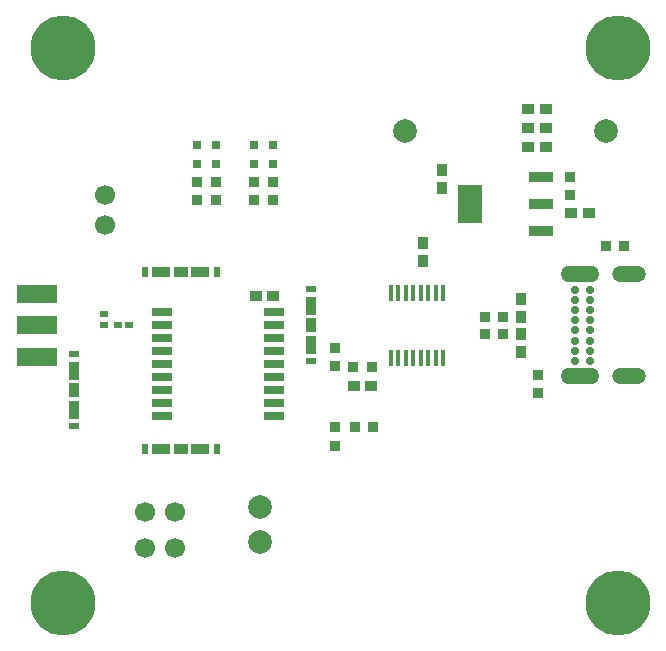
<source format=gbr>
G04*
G04 #@! TF.GenerationSoftware,Altium Limited,Altium Designer,24.9.1 (31)*
G04*
G04 Layer_Color=255*
%FSLAX25Y25*%
%MOIN*%
G70*
G04*
G04 #@! TF.SameCoordinates,AE1E5416-9686-4E21-8CD7-455353439681*
G04*
G04*
G04 #@! TF.FilePolarity,Positive*
G04*
G01*
G75*
%ADD18R,0.03740X0.03937*%
%ADD19R,0.03543X0.02362*%
%ADD20R,0.03543X0.05906*%
%ADD21R,0.03543X0.04724*%
%ADD22R,0.03543X0.03347*%
%ADD23R,0.13780X0.05906*%
%ADD24R,0.03347X0.03543*%
%ADD25R,0.07087X0.02756*%
%ADD26R,0.04724X0.03543*%
%ADD27R,0.05906X0.03543*%
%ADD28R,0.02362X0.03543*%
%ADD29R,0.03937X0.03740*%
%ADD30R,0.02598X0.02441*%
%ADD31R,0.02874X0.02008*%
%ADD32R,0.07874X0.12598*%
%ADD33R,0.07874X0.03543*%
%ADD34R,0.03150X0.03150*%
%ADD35R,0.01772X0.05709*%
%ADD61C,0.07874*%
%ADD66C,0.06693*%
%ADD67C,0.21654*%
%ADD68O,0.12795X0.05315*%
%ADD69O,0.11221X0.05315*%
%ADD70C,0.02756*%
D18*
X168504Y99410D02*
D03*
Y105315D02*
D03*
X168504Y111221D02*
D03*
Y117126D02*
D03*
X135827Y129724D02*
D03*
Y135630D02*
D03*
X142126Y154134D02*
D03*
Y160039D02*
D03*
D19*
X19685Y98622D02*
D03*
Y74606D02*
D03*
X98425Y120276D02*
D03*
Y96260D02*
D03*
D20*
X19685Y93110D02*
D03*
Y80118D02*
D03*
X98425Y114764D02*
D03*
Y101772D02*
D03*
D21*
X19685Y86614D02*
D03*
X98425Y108268D02*
D03*
D22*
X106693Y74311D02*
D03*
Y68209D02*
D03*
X60630Y156201D02*
D03*
Y150098D02*
D03*
X66929D02*
D03*
Y156201D02*
D03*
X174409Y91732D02*
D03*
Y85630D02*
D03*
X106693Y100689D02*
D03*
Y94587D02*
D03*
X185039Y151772D02*
D03*
Y157874D02*
D03*
X85827Y150098D02*
D03*
Y156201D02*
D03*
X79528Y150098D02*
D03*
Y156201D02*
D03*
D23*
X7087Y97638D02*
D03*
Y118898D02*
D03*
Y108268D02*
D03*
D24*
X113304Y74410D02*
D03*
X119406D02*
D03*
X156496Y105512D02*
D03*
X162598D02*
D03*
X156496Y111024D02*
D03*
X162598D02*
D03*
X118799Y94488D02*
D03*
X112697D02*
D03*
X203051Y134646D02*
D03*
X196949D02*
D03*
D25*
X48819Y77953D02*
D03*
X86221D02*
D03*
Y82284D02*
D03*
Y86614D02*
D03*
Y90945D02*
D03*
Y95276D02*
D03*
Y99606D02*
D03*
Y103937D02*
D03*
Y108268D02*
D03*
Y112598D02*
D03*
X48819Y82284D02*
D03*
Y86614D02*
D03*
Y90945D02*
D03*
Y95276D02*
D03*
Y99606D02*
D03*
Y103937D02*
D03*
Y108268D02*
D03*
Y112598D02*
D03*
D26*
X55118Y125984D02*
D03*
Y66929D02*
D03*
D27*
X61614Y125984D02*
D03*
X48622D02*
D03*
Y66929D02*
D03*
X61614D02*
D03*
D28*
X67126Y125984D02*
D03*
X43110D02*
D03*
Y66929D02*
D03*
X67126D02*
D03*
D29*
X112795Y88189D02*
D03*
X118701D02*
D03*
X86024Y118110D02*
D03*
X80118D02*
D03*
X176969Y167717D02*
D03*
X171063D02*
D03*
X191142Y145669D02*
D03*
X185236D02*
D03*
X176969Y180315D02*
D03*
X171063D02*
D03*
X176969Y174016D02*
D03*
X171063D02*
D03*
D30*
X37795Y108268D02*
D03*
X34331D02*
D03*
D31*
X29528Y108425D02*
D03*
Y112047D02*
D03*
D32*
X151575Y148819D02*
D03*
D33*
X175197Y157874D02*
D03*
Y148819D02*
D03*
Y139764D02*
D03*
D34*
X85827Y162205D02*
D03*
Y168504D02*
D03*
X79528Y162205D02*
D03*
Y168504D02*
D03*
X66929Y162205D02*
D03*
Y168504D02*
D03*
X60630Y162205D02*
D03*
Y168504D02*
D03*
D35*
X125108Y97539D02*
D03*
X127608D02*
D03*
X130108D02*
D03*
X132608D02*
D03*
X135108D02*
D03*
X137608D02*
D03*
X140108D02*
D03*
X142608D02*
D03*
X125108Y118996D02*
D03*
X127608D02*
D03*
X130108D02*
D03*
X132608D02*
D03*
X135108D02*
D03*
X137608D02*
D03*
X140108D02*
D03*
X142608D02*
D03*
D61*
X196850Y173228D02*
D03*
X81496Y36220D02*
D03*
Y47638D02*
D03*
X129803Y173228D02*
D03*
D66*
X43165Y33956D02*
D03*
X53165D02*
D03*
Y45957D02*
D03*
X43165D02*
D03*
X29921Y141850D02*
D03*
Y151850D02*
D03*
D67*
X15748Y15748D02*
D03*
X200787D02*
D03*
Y200787D02*
D03*
X15748D02*
D03*
D68*
X188386Y91260D02*
D03*
Y125276D02*
D03*
D69*
X204724Y91260D02*
D03*
Y125276D02*
D03*
D70*
X186417Y96555D02*
D03*
Y99902D02*
D03*
Y103248D02*
D03*
Y106595D02*
D03*
Y109941D02*
D03*
Y113287D02*
D03*
Y116634D02*
D03*
Y119980D02*
D03*
X191732D02*
D03*
Y116634D02*
D03*
Y113287D02*
D03*
Y109941D02*
D03*
Y106595D02*
D03*
Y103248D02*
D03*
Y99902D02*
D03*
Y96555D02*
D03*
M02*

</source>
